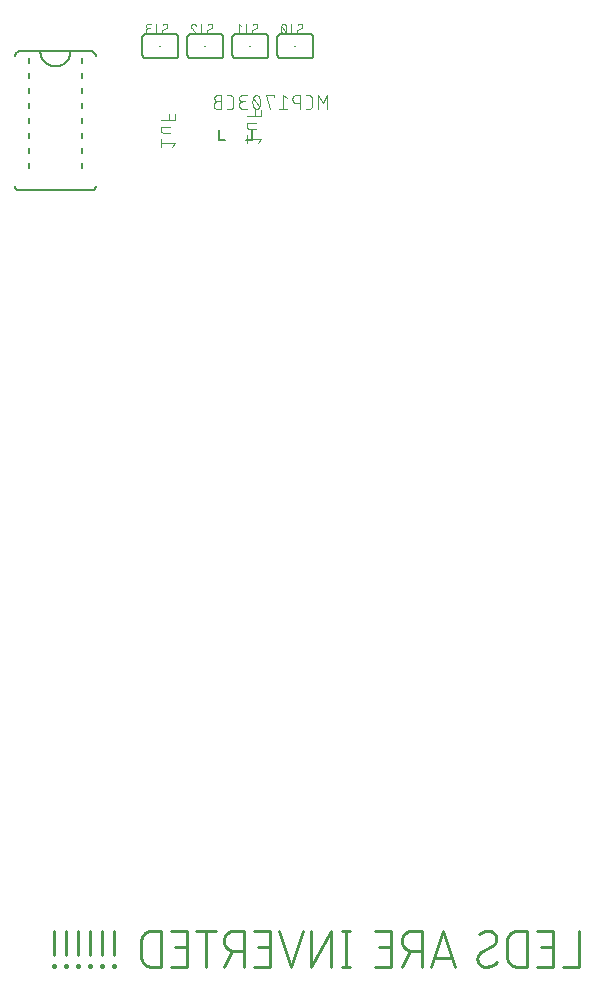
<source format=gbo>
G75*
%MOIN*%
%OFA0B0*%
%FSLAX25Y25*%
%IPPOS*%
%LPD*%
%AMOC8*
5,1,8,0,0,1.08239X$1,22.5*
%
%ADD10C,0.01000*%
%ADD11C,0.00600*%
%ADD12R,0.00500X0.02000*%
%ADD13C,0.00000*%
%ADD14C,0.00300*%
%ADD15C,0.00400*%
D10*
X0075749Y0027100D02*
X0076416Y0027100D01*
X0076416Y0027767D01*
X0075749Y0027767D01*
X0075749Y0027100D01*
X0076082Y0031100D02*
X0076082Y0039100D01*
X0080059Y0039100D02*
X0080059Y0031100D01*
X0079726Y0027767D02*
X0079726Y0027100D01*
X0080393Y0027100D01*
X0080393Y0027767D01*
X0079726Y0027767D01*
X0083703Y0027767D02*
X0083703Y0027100D01*
X0084370Y0027100D01*
X0084370Y0027767D01*
X0083703Y0027767D01*
X0084037Y0031100D02*
X0084037Y0039100D01*
X0088014Y0039100D02*
X0088014Y0031100D01*
X0088347Y0027767D02*
X0087681Y0027767D01*
X0087681Y0027100D01*
X0088347Y0027100D01*
X0088347Y0027767D01*
X0091658Y0027767D02*
X0091658Y0027100D01*
X0092324Y0027100D01*
X0092324Y0027767D01*
X0091658Y0027767D01*
X0091991Y0031100D02*
X0091991Y0039100D01*
X0095968Y0039100D02*
X0095968Y0031100D01*
X0095635Y0027767D02*
X0095635Y0027100D01*
X0096302Y0027100D01*
X0096302Y0027767D01*
X0095635Y0027767D01*
X0105230Y0030433D02*
X0105230Y0035767D01*
X0105232Y0035881D01*
X0105238Y0035994D01*
X0105247Y0036108D01*
X0105261Y0036221D01*
X0105278Y0036333D01*
X0105300Y0036445D01*
X0105325Y0036556D01*
X0105354Y0036666D01*
X0105386Y0036775D01*
X0105422Y0036883D01*
X0105462Y0036990D01*
X0105506Y0037095D01*
X0105553Y0037198D01*
X0105604Y0037300D01*
X0105658Y0037401D01*
X0105715Y0037499D01*
X0105776Y0037595D01*
X0105840Y0037689D01*
X0105907Y0037781D01*
X0105978Y0037870D01*
X0106051Y0037957D01*
X0106127Y0038042D01*
X0106206Y0038124D01*
X0106288Y0038203D01*
X0106373Y0038279D01*
X0106460Y0038352D01*
X0106549Y0038423D01*
X0106641Y0038490D01*
X0106735Y0038554D01*
X0106831Y0038615D01*
X0106929Y0038672D01*
X0107030Y0038726D01*
X0107132Y0038777D01*
X0107235Y0038824D01*
X0107340Y0038868D01*
X0107447Y0038908D01*
X0107555Y0038944D01*
X0107664Y0038976D01*
X0107774Y0039005D01*
X0107885Y0039030D01*
X0107997Y0039052D01*
X0108109Y0039069D01*
X0108222Y0039083D01*
X0108336Y0039092D01*
X0108449Y0039098D01*
X0108563Y0039100D01*
X0111896Y0039100D01*
X0111896Y0027100D01*
X0108563Y0027100D01*
X0108449Y0027102D01*
X0108336Y0027108D01*
X0108222Y0027117D01*
X0108109Y0027131D01*
X0107997Y0027148D01*
X0107885Y0027170D01*
X0107774Y0027195D01*
X0107664Y0027224D01*
X0107555Y0027256D01*
X0107447Y0027292D01*
X0107340Y0027332D01*
X0107235Y0027376D01*
X0107132Y0027423D01*
X0107030Y0027474D01*
X0106929Y0027528D01*
X0106831Y0027585D01*
X0106735Y0027646D01*
X0106641Y0027710D01*
X0106549Y0027777D01*
X0106460Y0027848D01*
X0106373Y0027921D01*
X0106288Y0027997D01*
X0106206Y0028076D01*
X0106127Y0028158D01*
X0106051Y0028243D01*
X0105978Y0028330D01*
X0105907Y0028419D01*
X0105840Y0028511D01*
X0105776Y0028605D01*
X0105715Y0028701D01*
X0105658Y0028799D01*
X0105604Y0028900D01*
X0105553Y0029002D01*
X0105506Y0029105D01*
X0105462Y0029210D01*
X0105422Y0029317D01*
X0105386Y0029425D01*
X0105354Y0029534D01*
X0105325Y0029644D01*
X0105300Y0029755D01*
X0105278Y0029867D01*
X0105261Y0029979D01*
X0105247Y0030092D01*
X0105238Y0030206D01*
X0105232Y0030319D01*
X0105230Y0030433D01*
X0115181Y0027100D02*
X0120515Y0027100D01*
X0120515Y0039100D01*
X0115181Y0039100D01*
X0116515Y0033767D02*
X0120515Y0033767D01*
X0123458Y0039100D02*
X0130125Y0039100D01*
X0126792Y0039100D02*
X0126792Y0027100D01*
X0132741Y0027100D02*
X0135408Y0032433D01*
X0136075Y0032433D02*
X0139408Y0032433D01*
X0136075Y0032434D02*
X0135961Y0032436D01*
X0135848Y0032442D01*
X0135734Y0032451D01*
X0135621Y0032465D01*
X0135509Y0032482D01*
X0135397Y0032504D01*
X0135286Y0032529D01*
X0135176Y0032558D01*
X0135067Y0032590D01*
X0134959Y0032626D01*
X0134852Y0032666D01*
X0134747Y0032710D01*
X0134644Y0032757D01*
X0134542Y0032808D01*
X0134441Y0032862D01*
X0134343Y0032919D01*
X0134247Y0032980D01*
X0134153Y0033044D01*
X0134061Y0033111D01*
X0133972Y0033182D01*
X0133885Y0033255D01*
X0133800Y0033331D01*
X0133718Y0033410D01*
X0133639Y0033492D01*
X0133563Y0033577D01*
X0133490Y0033664D01*
X0133419Y0033753D01*
X0133352Y0033845D01*
X0133288Y0033939D01*
X0133227Y0034035D01*
X0133170Y0034133D01*
X0133116Y0034234D01*
X0133065Y0034336D01*
X0133018Y0034439D01*
X0132974Y0034544D01*
X0132934Y0034651D01*
X0132898Y0034759D01*
X0132866Y0034868D01*
X0132837Y0034978D01*
X0132812Y0035089D01*
X0132790Y0035201D01*
X0132773Y0035313D01*
X0132759Y0035426D01*
X0132750Y0035540D01*
X0132744Y0035653D01*
X0132742Y0035767D01*
X0132744Y0035881D01*
X0132750Y0035994D01*
X0132759Y0036108D01*
X0132773Y0036221D01*
X0132790Y0036333D01*
X0132812Y0036445D01*
X0132837Y0036556D01*
X0132866Y0036666D01*
X0132898Y0036775D01*
X0132934Y0036883D01*
X0132974Y0036990D01*
X0133018Y0037095D01*
X0133065Y0037198D01*
X0133116Y0037300D01*
X0133170Y0037401D01*
X0133227Y0037499D01*
X0133288Y0037595D01*
X0133352Y0037689D01*
X0133419Y0037781D01*
X0133490Y0037870D01*
X0133563Y0037957D01*
X0133639Y0038042D01*
X0133718Y0038124D01*
X0133800Y0038203D01*
X0133885Y0038279D01*
X0133972Y0038352D01*
X0134061Y0038423D01*
X0134153Y0038490D01*
X0134247Y0038554D01*
X0134343Y0038615D01*
X0134441Y0038672D01*
X0134542Y0038726D01*
X0134644Y0038777D01*
X0134747Y0038824D01*
X0134852Y0038868D01*
X0134959Y0038908D01*
X0135067Y0038944D01*
X0135176Y0038976D01*
X0135286Y0039005D01*
X0135397Y0039030D01*
X0135509Y0039052D01*
X0135621Y0039069D01*
X0135734Y0039083D01*
X0135848Y0039092D01*
X0135961Y0039098D01*
X0136075Y0039100D01*
X0139408Y0039100D01*
X0139408Y0027100D01*
X0142690Y0027100D02*
X0148024Y0027100D01*
X0148024Y0039100D01*
X0142690Y0039100D01*
X0144024Y0033767D02*
X0148024Y0033767D01*
X0150964Y0039100D02*
X0154964Y0027100D01*
X0158964Y0039100D01*
X0161905Y0039100D02*
X0161905Y0027100D01*
X0168572Y0039100D01*
X0168572Y0027100D01*
X0172191Y0027100D02*
X0174857Y0027100D01*
X0173524Y0027100D02*
X0173524Y0039100D01*
X0174857Y0039100D02*
X0172191Y0039100D01*
X0183126Y0039100D02*
X0188459Y0039100D01*
X0188459Y0027100D01*
X0183126Y0027100D01*
X0184459Y0033767D02*
X0188459Y0033767D01*
X0194735Y0032433D02*
X0192068Y0027100D01*
X0195401Y0032433D02*
X0198735Y0032433D01*
X0202673Y0030100D02*
X0208673Y0030100D01*
X0209673Y0027100D02*
X0205673Y0039100D01*
X0201673Y0027100D01*
X0198735Y0027100D02*
X0198735Y0039100D01*
X0195401Y0039100D01*
X0195287Y0039098D01*
X0195174Y0039092D01*
X0195060Y0039083D01*
X0194947Y0039069D01*
X0194835Y0039052D01*
X0194723Y0039030D01*
X0194612Y0039005D01*
X0194502Y0038976D01*
X0194393Y0038944D01*
X0194285Y0038908D01*
X0194178Y0038868D01*
X0194073Y0038824D01*
X0193970Y0038777D01*
X0193868Y0038726D01*
X0193767Y0038672D01*
X0193669Y0038615D01*
X0193573Y0038554D01*
X0193479Y0038490D01*
X0193387Y0038423D01*
X0193298Y0038352D01*
X0193211Y0038279D01*
X0193126Y0038203D01*
X0193044Y0038124D01*
X0192965Y0038042D01*
X0192889Y0037957D01*
X0192816Y0037870D01*
X0192745Y0037781D01*
X0192678Y0037689D01*
X0192614Y0037595D01*
X0192553Y0037499D01*
X0192496Y0037401D01*
X0192442Y0037300D01*
X0192391Y0037198D01*
X0192344Y0037095D01*
X0192300Y0036990D01*
X0192260Y0036883D01*
X0192224Y0036775D01*
X0192192Y0036666D01*
X0192163Y0036556D01*
X0192138Y0036445D01*
X0192116Y0036333D01*
X0192099Y0036221D01*
X0192085Y0036108D01*
X0192076Y0035994D01*
X0192070Y0035881D01*
X0192068Y0035767D01*
X0192070Y0035653D01*
X0192076Y0035540D01*
X0192085Y0035426D01*
X0192099Y0035313D01*
X0192116Y0035201D01*
X0192138Y0035089D01*
X0192163Y0034978D01*
X0192192Y0034868D01*
X0192224Y0034759D01*
X0192260Y0034651D01*
X0192300Y0034544D01*
X0192344Y0034439D01*
X0192391Y0034336D01*
X0192442Y0034234D01*
X0192496Y0034133D01*
X0192553Y0034035D01*
X0192614Y0033939D01*
X0192678Y0033845D01*
X0192745Y0033753D01*
X0192816Y0033664D01*
X0192889Y0033577D01*
X0192965Y0033492D01*
X0193044Y0033410D01*
X0193126Y0033331D01*
X0193211Y0033255D01*
X0193298Y0033182D01*
X0193387Y0033111D01*
X0193479Y0033044D01*
X0193573Y0032980D01*
X0193669Y0032919D01*
X0193767Y0032862D01*
X0193868Y0032808D01*
X0193970Y0032757D01*
X0194073Y0032710D01*
X0194178Y0032666D01*
X0194285Y0032626D01*
X0194393Y0032590D01*
X0194502Y0032558D01*
X0194612Y0032529D01*
X0194723Y0032504D01*
X0194835Y0032482D01*
X0194947Y0032465D01*
X0195060Y0032451D01*
X0195174Y0032442D01*
X0195287Y0032436D01*
X0195401Y0032434D01*
X0218588Y0032100D02*
X0222254Y0034100D01*
X0220921Y0039100D02*
X0220781Y0039098D01*
X0220641Y0039092D01*
X0220502Y0039082D01*
X0220363Y0039069D01*
X0220224Y0039051D01*
X0220086Y0039030D01*
X0219948Y0039004D01*
X0219811Y0038975D01*
X0219675Y0038942D01*
X0219540Y0038906D01*
X0219406Y0038865D01*
X0219274Y0038821D01*
X0219142Y0038773D01*
X0219012Y0038721D01*
X0218884Y0038666D01*
X0218757Y0038607D01*
X0218632Y0038545D01*
X0218508Y0038479D01*
X0218386Y0038410D01*
X0218267Y0038337D01*
X0218149Y0038262D01*
X0218034Y0038182D01*
X0217921Y0038100D01*
X0222254Y0034100D02*
X0222339Y0034153D01*
X0222423Y0034208D01*
X0222504Y0034267D01*
X0222584Y0034329D01*
X0222660Y0034393D01*
X0222735Y0034461D01*
X0222807Y0034531D01*
X0222876Y0034604D01*
X0222942Y0034679D01*
X0223006Y0034757D01*
X0223067Y0034837D01*
X0223124Y0034919D01*
X0223179Y0035003D01*
X0223230Y0035089D01*
X0223278Y0035178D01*
X0223323Y0035267D01*
X0223365Y0035359D01*
X0223403Y0035452D01*
X0223438Y0035546D01*
X0223469Y0035641D01*
X0223496Y0035738D01*
X0223520Y0035835D01*
X0223541Y0035934D01*
X0223557Y0036033D01*
X0223570Y0036132D01*
X0223580Y0036232D01*
X0223585Y0036333D01*
X0223587Y0036433D01*
X0223588Y0036433D02*
X0223586Y0036535D01*
X0223580Y0036637D01*
X0223570Y0036739D01*
X0223557Y0036840D01*
X0223539Y0036941D01*
X0223518Y0037041D01*
X0223493Y0037140D01*
X0223464Y0037238D01*
X0223431Y0037334D01*
X0223395Y0037430D01*
X0223355Y0037524D01*
X0223311Y0037616D01*
X0223264Y0037707D01*
X0223213Y0037796D01*
X0223160Y0037883D01*
X0223102Y0037967D01*
X0223042Y0038050D01*
X0222979Y0038130D01*
X0222912Y0038207D01*
X0222843Y0038282D01*
X0222770Y0038355D01*
X0222695Y0038424D01*
X0222618Y0038491D01*
X0222538Y0038554D01*
X0222455Y0038614D01*
X0222371Y0038672D01*
X0222284Y0038725D01*
X0222195Y0038776D01*
X0222104Y0038823D01*
X0222012Y0038867D01*
X0221918Y0038907D01*
X0221822Y0038943D01*
X0221726Y0038976D01*
X0221628Y0039005D01*
X0221529Y0039030D01*
X0221429Y0039051D01*
X0221328Y0039069D01*
X0221227Y0039082D01*
X0221125Y0039092D01*
X0221023Y0039098D01*
X0220921Y0039100D01*
X0223921Y0028767D02*
X0223815Y0028663D01*
X0223707Y0028562D01*
X0223595Y0028463D01*
X0223482Y0028368D01*
X0223366Y0028276D01*
X0223247Y0028187D01*
X0223126Y0028101D01*
X0223003Y0028018D01*
X0222878Y0027939D01*
X0222751Y0027863D01*
X0222622Y0027790D01*
X0222491Y0027720D01*
X0222358Y0027654D01*
X0222224Y0027592D01*
X0222088Y0027533D01*
X0221950Y0027478D01*
X0221811Y0027427D01*
X0221671Y0027379D01*
X0221529Y0027334D01*
X0221387Y0027294D01*
X0221243Y0027257D01*
X0221098Y0027224D01*
X0220953Y0027195D01*
X0220807Y0027170D01*
X0220660Y0027149D01*
X0220513Y0027131D01*
X0220365Y0027118D01*
X0220217Y0027108D01*
X0220069Y0027102D01*
X0219921Y0027100D01*
X0219819Y0027102D01*
X0219717Y0027108D01*
X0219615Y0027118D01*
X0219514Y0027131D01*
X0219413Y0027149D01*
X0219313Y0027170D01*
X0219214Y0027195D01*
X0219116Y0027224D01*
X0219020Y0027257D01*
X0218924Y0027293D01*
X0218830Y0027333D01*
X0218738Y0027377D01*
X0218647Y0027424D01*
X0218558Y0027475D01*
X0218471Y0027528D01*
X0218387Y0027586D01*
X0218304Y0027646D01*
X0218224Y0027709D01*
X0218147Y0027776D01*
X0218072Y0027845D01*
X0217999Y0027918D01*
X0217930Y0027993D01*
X0217863Y0028070D01*
X0217800Y0028150D01*
X0217740Y0028233D01*
X0217682Y0028317D01*
X0217629Y0028404D01*
X0217578Y0028493D01*
X0217531Y0028584D01*
X0217487Y0028676D01*
X0217447Y0028770D01*
X0217411Y0028866D01*
X0217378Y0028962D01*
X0217349Y0029060D01*
X0217324Y0029159D01*
X0217303Y0029259D01*
X0217285Y0029360D01*
X0217272Y0029461D01*
X0217262Y0029563D01*
X0217256Y0029665D01*
X0217254Y0029767D01*
X0217255Y0029767D02*
X0217257Y0029867D01*
X0217262Y0029968D01*
X0217272Y0030068D01*
X0217285Y0030167D01*
X0217301Y0030266D01*
X0217322Y0030365D01*
X0217346Y0030462D01*
X0217373Y0030559D01*
X0217404Y0030654D01*
X0217439Y0030748D01*
X0217477Y0030841D01*
X0217519Y0030933D01*
X0217564Y0031022D01*
X0217612Y0031111D01*
X0217663Y0031197D01*
X0217718Y0031281D01*
X0217775Y0031363D01*
X0217836Y0031443D01*
X0217900Y0031521D01*
X0217966Y0031596D01*
X0218035Y0031669D01*
X0218107Y0031739D01*
X0218182Y0031807D01*
X0218258Y0031871D01*
X0218338Y0031933D01*
X0218419Y0031992D01*
X0218503Y0032047D01*
X0218588Y0032100D01*
X0227198Y0030433D02*
X0227198Y0035767D01*
X0227200Y0035881D01*
X0227206Y0035994D01*
X0227215Y0036108D01*
X0227229Y0036221D01*
X0227246Y0036333D01*
X0227268Y0036445D01*
X0227293Y0036556D01*
X0227322Y0036666D01*
X0227354Y0036775D01*
X0227390Y0036883D01*
X0227430Y0036990D01*
X0227474Y0037095D01*
X0227521Y0037198D01*
X0227572Y0037300D01*
X0227626Y0037401D01*
X0227683Y0037499D01*
X0227744Y0037595D01*
X0227808Y0037689D01*
X0227875Y0037781D01*
X0227946Y0037870D01*
X0228019Y0037957D01*
X0228095Y0038042D01*
X0228174Y0038124D01*
X0228256Y0038203D01*
X0228341Y0038279D01*
X0228428Y0038352D01*
X0228517Y0038423D01*
X0228609Y0038490D01*
X0228703Y0038554D01*
X0228799Y0038615D01*
X0228897Y0038672D01*
X0228998Y0038726D01*
X0229100Y0038777D01*
X0229203Y0038824D01*
X0229308Y0038868D01*
X0229415Y0038908D01*
X0229523Y0038944D01*
X0229632Y0038976D01*
X0229742Y0039005D01*
X0229853Y0039030D01*
X0229965Y0039052D01*
X0230077Y0039069D01*
X0230190Y0039083D01*
X0230304Y0039092D01*
X0230417Y0039098D01*
X0230531Y0039100D01*
X0233864Y0039100D01*
X0233864Y0027100D01*
X0230531Y0027100D01*
X0230417Y0027102D01*
X0230304Y0027108D01*
X0230190Y0027117D01*
X0230077Y0027131D01*
X0229965Y0027148D01*
X0229853Y0027170D01*
X0229742Y0027195D01*
X0229632Y0027224D01*
X0229523Y0027256D01*
X0229415Y0027292D01*
X0229308Y0027332D01*
X0229203Y0027376D01*
X0229100Y0027423D01*
X0228998Y0027474D01*
X0228897Y0027528D01*
X0228799Y0027585D01*
X0228703Y0027646D01*
X0228609Y0027710D01*
X0228517Y0027777D01*
X0228428Y0027848D01*
X0228341Y0027921D01*
X0228256Y0027997D01*
X0228174Y0028076D01*
X0228095Y0028158D01*
X0228019Y0028243D01*
X0227946Y0028330D01*
X0227875Y0028419D01*
X0227808Y0028511D01*
X0227744Y0028605D01*
X0227683Y0028701D01*
X0227626Y0028799D01*
X0227572Y0028900D01*
X0227521Y0029002D01*
X0227474Y0029105D01*
X0227430Y0029210D01*
X0227390Y0029317D01*
X0227354Y0029425D01*
X0227322Y0029534D01*
X0227293Y0029644D01*
X0227268Y0029755D01*
X0227246Y0029867D01*
X0227229Y0029979D01*
X0227215Y0030092D01*
X0227206Y0030206D01*
X0227200Y0030319D01*
X0227198Y0030433D01*
X0237149Y0027100D02*
X0242483Y0027100D01*
X0242483Y0039100D01*
X0237149Y0039100D01*
X0238483Y0033767D02*
X0242483Y0033767D01*
X0245767Y0027100D02*
X0251100Y0027100D01*
X0251100Y0039100D01*
D11*
X0088550Y0285900D02*
X0064650Y0285900D01*
X0064574Y0285902D01*
X0064498Y0285908D01*
X0064423Y0285917D01*
X0064348Y0285931D01*
X0064274Y0285948D01*
X0064201Y0285969D01*
X0064129Y0285993D01*
X0064058Y0286022D01*
X0063989Y0286053D01*
X0063922Y0286088D01*
X0063857Y0286127D01*
X0063793Y0286169D01*
X0063732Y0286214D01*
X0063673Y0286262D01*
X0063617Y0286313D01*
X0063563Y0286367D01*
X0063512Y0286423D01*
X0063464Y0286482D01*
X0063419Y0286543D01*
X0063377Y0286607D01*
X0063338Y0286672D01*
X0063303Y0286739D01*
X0063272Y0286808D01*
X0063243Y0286879D01*
X0063219Y0286951D01*
X0063198Y0287024D01*
X0063181Y0287098D01*
X0063167Y0287173D01*
X0063158Y0287248D01*
X0063152Y0287324D01*
X0063150Y0287400D01*
X0088550Y0285900D02*
X0088626Y0285902D01*
X0088702Y0285908D01*
X0088777Y0285917D01*
X0088852Y0285931D01*
X0088926Y0285948D01*
X0088999Y0285969D01*
X0089071Y0285993D01*
X0089142Y0286022D01*
X0089211Y0286053D01*
X0089278Y0286088D01*
X0089343Y0286127D01*
X0089407Y0286169D01*
X0089468Y0286214D01*
X0089527Y0286262D01*
X0089583Y0286313D01*
X0089637Y0286367D01*
X0089688Y0286423D01*
X0089736Y0286482D01*
X0089781Y0286543D01*
X0089823Y0286607D01*
X0089862Y0286672D01*
X0089897Y0286739D01*
X0089928Y0286808D01*
X0089957Y0286879D01*
X0089981Y0286951D01*
X0090002Y0287024D01*
X0090019Y0287098D01*
X0090033Y0287173D01*
X0090042Y0287248D01*
X0090048Y0287324D01*
X0090050Y0287400D01*
X0090050Y0330800D02*
X0090048Y0330876D01*
X0090042Y0330952D01*
X0090033Y0331027D01*
X0090019Y0331102D01*
X0090002Y0331176D01*
X0089981Y0331249D01*
X0089957Y0331321D01*
X0089928Y0331392D01*
X0089897Y0331461D01*
X0089862Y0331528D01*
X0089823Y0331593D01*
X0089781Y0331657D01*
X0089736Y0331718D01*
X0089688Y0331777D01*
X0089637Y0331833D01*
X0089583Y0331887D01*
X0089527Y0331938D01*
X0089468Y0331986D01*
X0089407Y0332031D01*
X0089343Y0332073D01*
X0089278Y0332112D01*
X0089211Y0332147D01*
X0089142Y0332178D01*
X0089071Y0332207D01*
X0088999Y0332231D01*
X0088926Y0332252D01*
X0088852Y0332269D01*
X0088777Y0332283D01*
X0088702Y0332292D01*
X0088626Y0332298D01*
X0088550Y0332300D01*
X0064650Y0332300D01*
X0064574Y0332298D01*
X0064498Y0332292D01*
X0064423Y0332283D01*
X0064348Y0332269D01*
X0064274Y0332252D01*
X0064201Y0332231D01*
X0064129Y0332207D01*
X0064058Y0332178D01*
X0063989Y0332147D01*
X0063922Y0332112D01*
X0063857Y0332073D01*
X0063793Y0332031D01*
X0063732Y0331986D01*
X0063673Y0331938D01*
X0063617Y0331887D01*
X0063563Y0331833D01*
X0063512Y0331777D01*
X0063464Y0331718D01*
X0063419Y0331657D01*
X0063377Y0331593D01*
X0063338Y0331528D01*
X0063303Y0331461D01*
X0063272Y0331392D01*
X0063243Y0331321D01*
X0063219Y0331249D01*
X0063198Y0331176D01*
X0063181Y0331102D01*
X0063167Y0331027D01*
X0063158Y0330952D01*
X0063152Y0330876D01*
X0063150Y0330800D01*
X0071600Y0332300D02*
X0071602Y0332160D01*
X0071608Y0332020D01*
X0071618Y0331880D01*
X0071631Y0331740D01*
X0071649Y0331601D01*
X0071671Y0331462D01*
X0071696Y0331325D01*
X0071725Y0331187D01*
X0071758Y0331051D01*
X0071795Y0330916D01*
X0071836Y0330782D01*
X0071881Y0330649D01*
X0071929Y0330517D01*
X0071981Y0330387D01*
X0072036Y0330258D01*
X0072095Y0330131D01*
X0072158Y0330005D01*
X0072224Y0329881D01*
X0072293Y0329760D01*
X0072366Y0329640D01*
X0072443Y0329522D01*
X0072522Y0329407D01*
X0072605Y0329293D01*
X0072691Y0329183D01*
X0072780Y0329074D01*
X0072872Y0328968D01*
X0072967Y0328865D01*
X0073064Y0328764D01*
X0073165Y0328667D01*
X0073268Y0328572D01*
X0073374Y0328480D01*
X0073483Y0328391D01*
X0073593Y0328305D01*
X0073707Y0328222D01*
X0073822Y0328143D01*
X0073940Y0328066D01*
X0074060Y0327993D01*
X0074181Y0327924D01*
X0074305Y0327858D01*
X0074431Y0327795D01*
X0074558Y0327736D01*
X0074687Y0327681D01*
X0074817Y0327629D01*
X0074949Y0327581D01*
X0075082Y0327536D01*
X0075216Y0327495D01*
X0075351Y0327458D01*
X0075487Y0327425D01*
X0075625Y0327396D01*
X0075762Y0327371D01*
X0075901Y0327349D01*
X0076040Y0327331D01*
X0076180Y0327318D01*
X0076320Y0327308D01*
X0076460Y0327302D01*
X0076600Y0327300D01*
X0076740Y0327302D01*
X0076880Y0327308D01*
X0077020Y0327318D01*
X0077160Y0327331D01*
X0077299Y0327349D01*
X0077438Y0327371D01*
X0077575Y0327396D01*
X0077713Y0327425D01*
X0077849Y0327458D01*
X0077984Y0327495D01*
X0078118Y0327536D01*
X0078251Y0327581D01*
X0078383Y0327629D01*
X0078513Y0327681D01*
X0078642Y0327736D01*
X0078769Y0327795D01*
X0078895Y0327858D01*
X0079019Y0327924D01*
X0079140Y0327993D01*
X0079260Y0328066D01*
X0079378Y0328143D01*
X0079493Y0328222D01*
X0079607Y0328305D01*
X0079717Y0328391D01*
X0079826Y0328480D01*
X0079932Y0328572D01*
X0080035Y0328667D01*
X0080136Y0328764D01*
X0080233Y0328865D01*
X0080328Y0328968D01*
X0080420Y0329074D01*
X0080509Y0329183D01*
X0080595Y0329293D01*
X0080678Y0329407D01*
X0080757Y0329522D01*
X0080834Y0329640D01*
X0080907Y0329760D01*
X0080976Y0329881D01*
X0081042Y0330005D01*
X0081105Y0330131D01*
X0081164Y0330258D01*
X0081219Y0330387D01*
X0081271Y0330517D01*
X0081319Y0330649D01*
X0081364Y0330782D01*
X0081405Y0330916D01*
X0081442Y0331051D01*
X0081475Y0331187D01*
X0081504Y0331325D01*
X0081529Y0331462D01*
X0081551Y0331601D01*
X0081569Y0331740D01*
X0081582Y0331880D01*
X0081592Y0332020D01*
X0081598Y0332160D01*
X0081600Y0332300D01*
X0105600Y0331100D02*
X0105600Y0337100D01*
X0105602Y0337160D01*
X0105607Y0337221D01*
X0105616Y0337280D01*
X0105629Y0337339D01*
X0105645Y0337398D01*
X0105665Y0337455D01*
X0105688Y0337510D01*
X0105715Y0337565D01*
X0105744Y0337617D01*
X0105777Y0337668D01*
X0105813Y0337717D01*
X0105851Y0337763D01*
X0105893Y0337807D01*
X0105937Y0337849D01*
X0105983Y0337887D01*
X0106032Y0337923D01*
X0106083Y0337956D01*
X0106135Y0337985D01*
X0106190Y0338012D01*
X0106245Y0338035D01*
X0106302Y0338055D01*
X0106361Y0338071D01*
X0106420Y0338084D01*
X0106479Y0338093D01*
X0106540Y0338098D01*
X0106600Y0338100D01*
X0116600Y0338100D01*
X0116660Y0338098D01*
X0116721Y0338093D01*
X0116780Y0338084D01*
X0116839Y0338071D01*
X0116898Y0338055D01*
X0116955Y0338035D01*
X0117010Y0338012D01*
X0117065Y0337985D01*
X0117117Y0337956D01*
X0117168Y0337923D01*
X0117217Y0337887D01*
X0117263Y0337849D01*
X0117307Y0337807D01*
X0117349Y0337763D01*
X0117387Y0337717D01*
X0117423Y0337668D01*
X0117456Y0337617D01*
X0117485Y0337565D01*
X0117512Y0337510D01*
X0117535Y0337455D01*
X0117555Y0337398D01*
X0117571Y0337339D01*
X0117584Y0337280D01*
X0117593Y0337221D01*
X0117598Y0337160D01*
X0117600Y0337100D01*
X0117600Y0331100D01*
X0117598Y0331040D01*
X0117593Y0330979D01*
X0117584Y0330920D01*
X0117571Y0330861D01*
X0117555Y0330802D01*
X0117535Y0330745D01*
X0117512Y0330690D01*
X0117485Y0330635D01*
X0117456Y0330583D01*
X0117423Y0330532D01*
X0117387Y0330483D01*
X0117349Y0330437D01*
X0117307Y0330393D01*
X0117263Y0330351D01*
X0117217Y0330313D01*
X0117168Y0330277D01*
X0117117Y0330244D01*
X0117065Y0330215D01*
X0117010Y0330188D01*
X0116955Y0330165D01*
X0116898Y0330145D01*
X0116839Y0330129D01*
X0116780Y0330116D01*
X0116721Y0330107D01*
X0116660Y0330102D01*
X0116600Y0330100D01*
X0106600Y0330100D01*
X0106540Y0330102D01*
X0106479Y0330107D01*
X0106420Y0330116D01*
X0106361Y0330129D01*
X0106302Y0330145D01*
X0106245Y0330165D01*
X0106190Y0330188D01*
X0106135Y0330215D01*
X0106083Y0330244D01*
X0106032Y0330277D01*
X0105983Y0330313D01*
X0105937Y0330351D01*
X0105893Y0330393D01*
X0105851Y0330437D01*
X0105813Y0330483D01*
X0105777Y0330532D01*
X0105744Y0330583D01*
X0105715Y0330635D01*
X0105688Y0330690D01*
X0105665Y0330745D01*
X0105645Y0330802D01*
X0105629Y0330861D01*
X0105616Y0330920D01*
X0105607Y0330979D01*
X0105602Y0331040D01*
X0105600Y0331100D01*
X0120600Y0331100D02*
X0120600Y0337100D01*
X0120602Y0337160D01*
X0120607Y0337221D01*
X0120616Y0337280D01*
X0120629Y0337339D01*
X0120645Y0337398D01*
X0120665Y0337455D01*
X0120688Y0337510D01*
X0120715Y0337565D01*
X0120744Y0337617D01*
X0120777Y0337668D01*
X0120813Y0337717D01*
X0120851Y0337763D01*
X0120893Y0337807D01*
X0120937Y0337849D01*
X0120983Y0337887D01*
X0121032Y0337923D01*
X0121083Y0337956D01*
X0121135Y0337985D01*
X0121190Y0338012D01*
X0121245Y0338035D01*
X0121302Y0338055D01*
X0121361Y0338071D01*
X0121420Y0338084D01*
X0121479Y0338093D01*
X0121540Y0338098D01*
X0121600Y0338100D01*
X0131600Y0338100D01*
X0131660Y0338098D01*
X0131721Y0338093D01*
X0131780Y0338084D01*
X0131839Y0338071D01*
X0131898Y0338055D01*
X0131955Y0338035D01*
X0132010Y0338012D01*
X0132065Y0337985D01*
X0132117Y0337956D01*
X0132168Y0337923D01*
X0132217Y0337887D01*
X0132263Y0337849D01*
X0132307Y0337807D01*
X0132349Y0337763D01*
X0132387Y0337717D01*
X0132423Y0337668D01*
X0132456Y0337617D01*
X0132485Y0337565D01*
X0132512Y0337510D01*
X0132535Y0337455D01*
X0132555Y0337398D01*
X0132571Y0337339D01*
X0132584Y0337280D01*
X0132593Y0337221D01*
X0132598Y0337160D01*
X0132600Y0337100D01*
X0132600Y0331100D01*
X0132598Y0331040D01*
X0132593Y0330979D01*
X0132584Y0330920D01*
X0132571Y0330861D01*
X0132555Y0330802D01*
X0132535Y0330745D01*
X0132512Y0330690D01*
X0132485Y0330635D01*
X0132456Y0330583D01*
X0132423Y0330532D01*
X0132387Y0330483D01*
X0132349Y0330437D01*
X0132307Y0330393D01*
X0132263Y0330351D01*
X0132217Y0330313D01*
X0132168Y0330277D01*
X0132117Y0330244D01*
X0132065Y0330215D01*
X0132010Y0330188D01*
X0131955Y0330165D01*
X0131898Y0330145D01*
X0131839Y0330129D01*
X0131780Y0330116D01*
X0131721Y0330107D01*
X0131660Y0330102D01*
X0131600Y0330100D01*
X0121600Y0330100D01*
X0121540Y0330102D01*
X0121479Y0330107D01*
X0121420Y0330116D01*
X0121361Y0330129D01*
X0121302Y0330145D01*
X0121245Y0330165D01*
X0121190Y0330188D01*
X0121135Y0330215D01*
X0121083Y0330244D01*
X0121032Y0330277D01*
X0120983Y0330313D01*
X0120937Y0330351D01*
X0120893Y0330393D01*
X0120851Y0330437D01*
X0120813Y0330483D01*
X0120777Y0330532D01*
X0120744Y0330583D01*
X0120715Y0330635D01*
X0120688Y0330690D01*
X0120665Y0330745D01*
X0120645Y0330802D01*
X0120629Y0330861D01*
X0120616Y0330920D01*
X0120607Y0330979D01*
X0120602Y0331040D01*
X0120600Y0331100D01*
X0135600Y0331100D02*
X0135600Y0337100D01*
X0135602Y0337160D01*
X0135607Y0337221D01*
X0135616Y0337280D01*
X0135629Y0337339D01*
X0135645Y0337398D01*
X0135665Y0337455D01*
X0135688Y0337510D01*
X0135715Y0337565D01*
X0135744Y0337617D01*
X0135777Y0337668D01*
X0135813Y0337717D01*
X0135851Y0337763D01*
X0135893Y0337807D01*
X0135937Y0337849D01*
X0135983Y0337887D01*
X0136032Y0337923D01*
X0136083Y0337956D01*
X0136135Y0337985D01*
X0136190Y0338012D01*
X0136245Y0338035D01*
X0136302Y0338055D01*
X0136361Y0338071D01*
X0136420Y0338084D01*
X0136479Y0338093D01*
X0136540Y0338098D01*
X0136600Y0338100D01*
X0146600Y0338100D01*
X0146660Y0338098D01*
X0146721Y0338093D01*
X0146780Y0338084D01*
X0146839Y0338071D01*
X0146898Y0338055D01*
X0146955Y0338035D01*
X0147010Y0338012D01*
X0147065Y0337985D01*
X0147117Y0337956D01*
X0147168Y0337923D01*
X0147217Y0337887D01*
X0147263Y0337849D01*
X0147307Y0337807D01*
X0147349Y0337763D01*
X0147387Y0337717D01*
X0147423Y0337668D01*
X0147456Y0337617D01*
X0147485Y0337565D01*
X0147512Y0337510D01*
X0147535Y0337455D01*
X0147555Y0337398D01*
X0147571Y0337339D01*
X0147584Y0337280D01*
X0147593Y0337221D01*
X0147598Y0337160D01*
X0147600Y0337100D01*
X0147600Y0331100D01*
X0147598Y0331040D01*
X0147593Y0330979D01*
X0147584Y0330920D01*
X0147571Y0330861D01*
X0147555Y0330802D01*
X0147535Y0330745D01*
X0147512Y0330690D01*
X0147485Y0330635D01*
X0147456Y0330583D01*
X0147423Y0330532D01*
X0147387Y0330483D01*
X0147349Y0330437D01*
X0147307Y0330393D01*
X0147263Y0330351D01*
X0147217Y0330313D01*
X0147168Y0330277D01*
X0147117Y0330244D01*
X0147065Y0330215D01*
X0147010Y0330188D01*
X0146955Y0330165D01*
X0146898Y0330145D01*
X0146839Y0330129D01*
X0146780Y0330116D01*
X0146721Y0330107D01*
X0146660Y0330102D01*
X0146600Y0330100D01*
X0136600Y0330100D01*
X0136540Y0330102D01*
X0136479Y0330107D01*
X0136420Y0330116D01*
X0136361Y0330129D01*
X0136302Y0330145D01*
X0136245Y0330165D01*
X0136190Y0330188D01*
X0136135Y0330215D01*
X0136083Y0330244D01*
X0136032Y0330277D01*
X0135983Y0330313D01*
X0135937Y0330351D01*
X0135893Y0330393D01*
X0135851Y0330437D01*
X0135813Y0330483D01*
X0135777Y0330532D01*
X0135744Y0330583D01*
X0135715Y0330635D01*
X0135688Y0330690D01*
X0135665Y0330745D01*
X0135645Y0330802D01*
X0135629Y0330861D01*
X0135616Y0330920D01*
X0135607Y0330979D01*
X0135602Y0331040D01*
X0135600Y0331100D01*
X0150600Y0331100D02*
X0150600Y0337100D01*
X0150602Y0337160D01*
X0150607Y0337221D01*
X0150616Y0337280D01*
X0150629Y0337339D01*
X0150645Y0337398D01*
X0150665Y0337455D01*
X0150688Y0337510D01*
X0150715Y0337565D01*
X0150744Y0337617D01*
X0150777Y0337668D01*
X0150813Y0337717D01*
X0150851Y0337763D01*
X0150893Y0337807D01*
X0150937Y0337849D01*
X0150983Y0337887D01*
X0151032Y0337923D01*
X0151083Y0337956D01*
X0151135Y0337985D01*
X0151190Y0338012D01*
X0151245Y0338035D01*
X0151302Y0338055D01*
X0151361Y0338071D01*
X0151420Y0338084D01*
X0151479Y0338093D01*
X0151540Y0338098D01*
X0151600Y0338100D01*
X0161600Y0338100D01*
X0161660Y0338098D01*
X0161721Y0338093D01*
X0161780Y0338084D01*
X0161839Y0338071D01*
X0161898Y0338055D01*
X0161955Y0338035D01*
X0162010Y0338012D01*
X0162065Y0337985D01*
X0162117Y0337956D01*
X0162168Y0337923D01*
X0162217Y0337887D01*
X0162263Y0337849D01*
X0162307Y0337807D01*
X0162349Y0337763D01*
X0162387Y0337717D01*
X0162423Y0337668D01*
X0162456Y0337617D01*
X0162485Y0337565D01*
X0162512Y0337510D01*
X0162535Y0337455D01*
X0162555Y0337398D01*
X0162571Y0337339D01*
X0162584Y0337280D01*
X0162593Y0337221D01*
X0162598Y0337160D01*
X0162600Y0337100D01*
X0162600Y0331100D01*
X0162598Y0331040D01*
X0162593Y0330979D01*
X0162584Y0330920D01*
X0162571Y0330861D01*
X0162555Y0330802D01*
X0162535Y0330745D01*
X0162512Y0330690D01*
X0162485Y0330635D01*
X0162456Y0330583D01*
X0162423Y0330532D01*
X0162387Y0330483D01*
X0162349Y0330437D01*
X0162307Y0330393D01*
X0162263Y0330351D01*
X0162217Y0330313D01*
X0162168Y0330277D01*
X0162117Y0330244D01*
X0162065Y0330215D01*
X0162010Y0330188D01*
X0161955Y0330165D01*
X0161898Y0330145D01*
X0161839Y0330129D01*
X0161780Y0330116D01*
X0161721Y0330107D01*
X0161660Y0330102D01*
X0161600Y0330100D01*
X0151600Y0330100D01*
X0151540Y0330102D01*
X0151479Y0330107D01*
X0151420Y0330116D01*
X0151361Y0330129D01*
X0151302Y0330145D01*
X0151245Y0330165D01*
X0151190Y0330188D01*
X0151135Y0330215D01*
X0151083Y0330244D01*
X0151032Y0330277D01*
X0150983Y0330313D01*
X0150937Y0330351D01*
X0150893Y0330393D01*
X0150851Y0330437D01*
X0150813Y0330483D01*
X0150777Y0330532D01*
X0150744Y0330583D01*
X0150715Y0330635D01*
X0150688Y0330690D01*
X0150665Y0330745D01*
X0150645Y0330802D01*
X0150629Y0330861D01*
X0150616Y0330920D01*
X0150607Y0330979D01*
X0150602Y0331040D01*
X0150600Y0331100D01*
X0142198Y0305948D02*
X0142198Y0302752D01*
X0140002Y0302752D01*
X0133198Y0302752D02*
X0131002Y0302752D01*
X0131002Y0305948D01*
D12*
X0085300Y0304100D03*
X0085300Y0299100D03*
X0085300Y0294100D03*
X0085300Y0309100D03*
X0085300Y0314100D03*
X0085300Y0319100D03*
X0085300Y0324100D03*
X0085300Y0329100D03*
X0067900Y0329100D03*
X0067900Y0324100D03*
X0067900Y0319100D03*
X0067900Y0314100D03*
X0067900Y0309100D03*
X0067900Y0304100D03*
X0067900Y0299100D03*
X0067900Y0294100D03*
D13*
X0111228Y0334021D02*
X0111250Y0334021D01*
X0111228Y0334021D02*
X0111220Y0334023D01*
X0111212Y0334027D01*
X0111208Y0334035D01*
X0111206Y0334043D01*
X0111208Y0334051D01*
X0111212Y0334059D01*
X0111220Y0334063D01*
X0111228Y0334065D01*
X0111223Y0334065D02*
X0111241Y0334065D01*
X0111223Y0334064D02*
X0111216Y0334065D01*
X0111210Y0334069D01*
X0111206Y0334075D01*
X0111205Y0334082D01*
X0111206Y0334089D01*
X0111210Y0334095D01*
X0111216Y0334099D01*
X0111223Y0334100D01*
X0111250Y0334100D01*
X0111279Y0334100D02*
X0111279Y0334039D01*
X0111280Y0334032D01*
X0111284Y0334027D01*
X0111289Y0334023D01*
X0111296Y0334022D01*
X0111296Y0334021D02*
X0111305Y0334021D01*
X0111324Y0334039D02*
X0111325Y0334032D01*
X0111329Y0334027D01*
X0111334Y0334023D01*
X0111341Y0334022D01*
X0111324Y0334039D02*
X0111325Y0334045D01*
X0111328Y0334050D01*
X0111333Y0334055D01*
X0111333Y0334054D02*
X0111357Y0334067D01*
X0111348Y0334100D02*
X0111338Y0334098D01*
X0111328Y0334093D01*
X0111357Y0334066D02*
X0111362Y0334071D01*
X0111365Y0334076D01*
X0111366Y0334082D01*
X0111365Y0334089D01*
X0111361Y0334095D01*
X0111355Y0334099D01*
X0111348Y0334100D01*
X0111367Y0334032D02*
X0111360Y0334026D01*
X0111351Y0334022D01*
X0111341Y0334021D01*
X0126206Y0334021D02*
X0126250Y0334021D01*
X0126212Y0334065D01*
X0126226Y0334100D02*
X0126234Y0334099D01*
X0126241Y0334095D01*
X0126246Y0334090D01*
X0126250Y0334083D01*
X0126213Y0334065D02*
X0126208Y0334072D01*
X0126206Y0334080D01*
X0126208Y0334088D01*
X0126212Y0334094D01*
X0126218Y0334098D01*
X0126226Y0334100D01*
X0126279Y0334100D02*
X0126279Y0334039D01*
X0126280Y0334032D01*
X0126284Y0334027D01*
X0126289Y0334023D01*
X0126296Y0334022D01*
X0126296Y0334021D02*
X0126305Y0334021D01*
X0126324Y0334039D02*
X0126325Y0334032D01*
X0126329Y0334027D01*
X0126334Y0334023D01*
X0126341Y0334022D01*
X0126324Y0334039D02*
X0126325Y0334045D01*
X0126328Y0334050D01*
X0126333Y0334055D01*
X0126333Y0334054D02*
X0126357Y0334067D01*
X0126348Y0334100D02*
X0126338Y0334098D01*
X0126328Y0334093D01*
X0126357Y0334066D02*
X0126362Y0334071D01*
X0126365Y0334076D01*
X0126366Y0334082D01*
X0126365Y0334089D01*
X0126361Y0334095D01*
X0126355Y0334099D01*
X0126348Y0334100D01*
X0126367Y0334032D02*
X0126360Y0334026D01*
X0126351Y0334022D01*
X0126341Y0334021D01*
X0141206Y0334021D02*
X0141250Y0334021D01*
X0141228Y0334021D02*
X0141228Y0334100D01*
X0141250Y0334082D01*
X0141279Y0334100D02*
X0141279Y0334039D01*
X0141280Y0334032D01*
X0141284Y0334027D01*
X0141289Y0334023D01*
X0141296Y0334022D01*
X0141296Y0334021D02*
X0141305Y0334021D01*
X0141324Y0334039D02*
X0141325Y0334032D01*
X0141329Y0334027D01*
X0141334Y0334023D01*
X0141341Y0334022D01*
X0141324Y0334039D02*
X0141325Y0334045D01*
X0141328Y0334050D01*
X0141333Y0334055D01*
X0141333Y0334054D02*
X0141357Y0334067D01*
X0141348Y0334100D02*
X0141338Y0334098D01*
X0141328Y0334093D01*
X0141357Y0334066D02*
X0141362Y0334071D01*
X0141365Y0334076D01*
X0141366Y0334082D01*
X0141365Y0334089D01*
X0141361Y0334095D01*
X0141355Y0334099D01*
X0141348Y0334100D01*
X0141367Y0334032D02*
X0141360Y0334026D01*
X0141351Y0334022D01*
X0141341Y0334021D01*
X0156243Y0334033D02*
X0156248Y0334046D01*
X0156250Y0334061D01*
X0156206Y0334061D02*
X0156208Y0334076D01*
X0156213Y0334089D01*
X0156210Y0334082D02*
X0156245Y0334039D01*
X0156228Y0334021D02*
X0156222Y0334022D01*
X0156216Y0334026D01*
X0156213Y0334032D01*
X0156228Y0334021D02*
X0156234Y0334022D01*
X0156240Y0334026D01*
X0156243Y0334032D01*
X0156279Y0334039D02*
X0156279Y0334100D01*
X0156206Y0334061D02*
X0156208Y0334046D01*
X0156213Y0334033D01*
X0156250Y0334061D02*
X0156248Y0334076D01*
X0156243Y0334089D01*
X0156240Y0334095D01*
X0156234Y0334099D01*
X0156228Y0334100D01*
X0156222Y0334099D01*
X0156216Y0334095D01*
X0156213Y0334089D01*
X0156279Y0334039D02*
X0156280Y0334032D01*
X0156284Y0334027D01*
X0156289Y0334023D01*
X0156296Y0334022D01*
X0156296Y0334021D02*
X0156305Y0334021D01*
X0156324Y0334039D02*
X0156325Y0334032D01*
X0156329Y0334027D01*
X0156334Y0334023D01*
X0156341Y0334022D01*
X0156324Y0334039D02*
X0156325Y0334045D01*
X0156328Y0334050D01*
X0156333Y0334055D01*
X0156333Y0334054D02*
X0156357Y0334067D01*
X0156348Y0334100D02*
X0156338Y0334098D01*
X0156328Y0334093D01*
X0156357Y0334066D02*
X0156362Y0334071D01*
X0156365Y0334076D01*
X0156366Y0334082D01*
X0156365Y0334089D01*
X0156361Y0334095D01*
X0156355Y0334099D01*
X0156348Y0334100D01*
X0156367Y0334032D02*
X0156360Y0334026D01*
X0156351Y0334022D01*
X0156341Y0334021D01*
D14*
X0156185Y0338150D02*
X0155818Y0338150D01*
X0155766Y0338152D01*
X0155714Y0338157D01*
X0155662Y0338167D01*
X0155611Y0338180D01*
X0155562Y0338196D01*
X0155514Y0338216D01*
X0155467Y0338240D01*
X0155422Y0338266D01*
X0155379Y0338296D01*
X0155338Y0338329D01*
X0155300Y0338365D01*
X0155264Y0338403D01*
X0155231Y0338444D01*
X0155201Y0338487D01*
X0155175Y0338532D01*
X0155151Y0338579D01*
X0155131Y0338627D01*
X0155115Y0338676D01*
X0155102Y0338727D01*
X0155092Y0338779D01*
X0155087Y0338831D01*
X0155085Y0338883D01*
X0155085Y0341450D01*
X0151750Y0339800D02*
X0151752Y0339697D01*
X0151758Y0339595D01*
X0151767Y0339492D01*
X0151781Y0339390D01*
X0151798Y0339289D01*
X0151820Y0339189D01*
X0151845Y0339089D01*
X0151873Y0338990D01*
X0151906Y0338893D01*
X0151942Y0338797D01*
X0151982Y0338702D01*
X0152025Y0338609D01*
X0152026Y0338608D02*
X0152043Y0338562D01*
X0152064Y0338517D01*
X0152089Y0338474D01*
X0152116Y0338433D01*
X0152146Y0338394D01*
X0152179Y0338357D01*
X0152215Y0338323D01*
X0152253Y0338291D01*
X0152293Y0338262D01*
X0152336Y0338237D01*
X0152380Y0338214D01*
X0152425Y0338195D01*
X0152472Y0338179D01*
X0152520Y0338166D01*
X0152568Y0338157D01*
X0152618Y0338152D01*
X0152667Y0338150D01*
X0152716Y0338152D01*
X0152766Y0338157D01*
X0152814Y0338166D01*
X0152862Y0338179D01*
X0152909Y0338195D01*
X0152954Y0338214D01*
X0152998Y0338237D01*
X0153041Y0338262D01*
X0153081Y0338291D01*
X0153119Y0338323D01*
X0153155Y0338357D01*
X0153188Y0338394D01*
X0153218Y0338433D01*
X0153245Y0338474D01*
X0153270Y0338517D01*
X0153291Y0338562D01*
X0153308Y0338608D01*
X0153400Y0338883D02*
X0151933Y0340717D01*
X0152026Y0340992D02*
X0152043Y0341038D01*
X0152064Y0341083D01*
X0152089Y0341126D01*
X0152116Y0341167D01*
X0152146Y0341206D01*
X0152179Y0341243D01*
X0152215Y0341277D01*
X0152253Y0341309D01*
X0152293Y0341338D01*
X0152336Y0341363D01*
X0152380Y0341386D01*
X0152425Y0341405D01*
X0152472Y0341421D01*
X0152520Y0341434D01*
X0152568Y0341443D01*
X0152618Y0341448D01*
X0152667Y0341450D01*
X0152716Y0341448D01*
X0152766Y0341443D01*
X0152814Y0341434D01*
X0152862Y0341421D01*
X0152909Y0341405D01*
X0152954Y0341386D01*
X0152998Y0341363D01*
X0153041Y0341338D01*
X0153081Y0341309D01*
X0153119Y0341277D01*
X0153155Y0341243D01*
X0153188Y0341206D01*
X0153218Y0341167D01*
X0153245Y0341126D01*
X0153270Y0341083D01*
X0153291Y0341038D01*
X0153308Y0340992D01*
X0152025Y0340991D02*
X0151982Y0340898D01*
X0151942Y0340803D01*
X0151906Y0340707D01*
X0151873Y0340610D01*
X0151845Y0340511D01*
X0151820Y0340411D01*
X0151798Y0340311D01*
X0151781Y0340210D01*
X0151767Y0340108D01*
X0151758Y0340005D01*
X0151752Y0339903D01*
X0151750Y0339800D01*
X0153583Y0339800D02*
X0153581Y0339903D01*
X0153575Y0340005D01*
X0153566Y0340108D01*
X0153552Y0340210D01*
X0153535Y0340311D01*
X0153513Y0340411D01*
X0153488Y0340511D01*
X0153460Y0340610D01*
X0153427Y0340707D01*
X0153391Y0340803D01*
X0153351Y0340898D01*
X0153308Y0340991D01*
X0153583Y0339800D02*
X0153581Y0339697D01*
X0153575Y0339595D01*
X0153566Y0339492D01*
X0153552Y0339390D01*
X0153535Y0339289D01*
X0153513Y0339189D01*
X0153488Y0339089D01*
X0153460Y0338990D01*
X0153427Y0338893D01*
X0153391Y0338797D01*
X0153351Y0338702D01*
X0153308Y0338609D01*
X0157517Y0339525D02*
X0158525Y0340075D01*
X0158158Y0341450D02*
X0158084Y0341448D01*
X0158011Y0341442D01*
X0157938Y0341432D01*
X0157865Y0341418D01*
X0157794Y0341401D01*
X0157723Y0341379D01*
X0157654Y0341354D01*
X0157586Y0341325D01*
X0157520Y0341293D01*
X0157455Y0341257D01*
X0157393Y0341218D01*
X0157333Y0341175D01*
X0158525Y0340075D02*
X0158569Y0340103D01*
X0158610Y0340133D01*
X0158649Y0340167D01*
X0158686Y0340203D01*
X0158721Y0340242D01*
X0158752Y0340282D01*
X0158781Y0340325D01*
X0158806Y0340370D01*
X0158829Y0340416D01*
X0158848Y0340464D01*
X0158864Y0340513D01*
X0158876Y0340563D01*
X0158885Y0340614D01*
X0158890Y0340665D01*
X0158892Y0340717D01*
X0158891Y0340717D02*
X0158889Y0340769D01*
X0158884Y0340821D01*
X0158874Y0340873D01*
X0158861Y0340924D01*
X0158845Y0340973D01*
X0158825Y0341021D01*
X0158801Y0341068D01*
X0158775Y0341113D01*
X0158745Y0341156D01*
X0158712Y0341197D01*
X0158676Y0341235D01*
X0158638Y0341271D01*
X0158597Y0341304D01*
X0158554Y0341334D01*
X0158509Y0341360D01*
X0158462Y0341384D01*
X0158414Y0341404D01*
X0158365Y0341420D01*
X0158314Y0341433D01*
X0158262Y0341443D01*
X0158210Y0341448D01*
X0158158Y0341450D01*
X0158983Y0338608D02*
X0158928Y0338555D01*
X0158870Y0338505D01*
X0158810Y0338458D01*
X0158748Y0338414D01*
X0158683Y0338373D01*
X0158617Y0338335D01*
X0158549Y0338300D01*
X0158479Y0338269D01*
X0158408Y0338242D01*
X0158335Y0338217D01*
X0158261Y0338197D01*
X0158187Y0338180D01*
X0158111Y0338167D01*
X0158036Y0338158D01*
X0157959Y0338152D01*
X0157883Y0338150D01*
X0157831Y0338152D01*
X0157779Y0338157D01*
X0157727Y0338167D01*
X0157676Y0338180D01*
X0157627Y0338196D01*
X0157579Y0338216D01*
X0157532Y0338240D01*
X0157487Y0338266D01*
X0157444Y0338296D01*
X0157403Y0338329D01*
X0157365Y0338365D01*
X0157329Y0338403D01*
X0157296Y0338444D01*
X0157266Y0338487D01*
X0157240Y0338532D01*
X0157216Y0338579D01*
X0157196Y0338627D01*
X0157180Y0338676D01*
X0157167Y0338727D01*
X0157157Y0338779D01*
X0157152Y0338831D01*
X0157150Y0338883D01*
X0157152Y0338935D01*
X0157157Y0338986D01*
X0157166Y0339037D01*
X0157178Y0339087D01*
X0157194Y0339136D01*
X0157213Y0339184D01*
X0157236Y0339230D01*
X0157261Y0339275D01*
X0157290Y0339318D01*
X0157321Y0339358D01*
X0157356Y0339397D01*
X0157393Y0339433D01*
X0157432Y0339467D01*
X0157473Y0339497D01*
X0157517Y0339525D01*
X0143525Y0340075D02*
X0142517Y0339525D01*
X0142883Y0338150D02*
X0142959Y0338152D01*
X0143036Y0338158D01*
X0143111Y0338167D01*
X0143187Y0338180D01*
X0143261Y0338197D01*
X0143335Y0338217D01*
X0143408Y0338242D01*
X0143479Y0338269D01*
X0143549Y0338300D01*
X0143617Y0338335D01*
X0143683Y0338373D01*
X0143748Y0338414D01*
X0143810Y0338458D01*
X0143870Y0338505D01*
X0143928Y0338555D01*
X0143983Y0338608D01*
X0142517Y0339525D02*
X0142473Y0339497D01*
X0142432Y0339467D01*
X0142393Y0339433D01*
X0142356Y0339397D01*
X0142321Y0339358D01*
X0142290Y0339318D01*
X0142261Y0339275D01*
X0142236Y0339230D01*
X0142213Y0339184D01*
X0142194Y0339136D01*
X0142178Y0339087D01*
X0142166Y0339037D01*
X0142157Y0338986D01*
X0142152Y0338935D01*
X0142150Y0338883D01*
X0142152Y0338831D01*
X0142157Y0338779D01*
X0142167Y0338727D01*
X0142180Y0338676D01*
X0142196Y0338627D01*
X0142216Y0338579D01*
X0142240Y0338532D01*
X0142266Y0338487D01*
X0142296Y0338444D01*
X0142329Y0338403D01*
X0142365Y0338365D01*
X0142403Y0338329D01*
X0142444Y0338296D01*
X0142487Y0338266D01*
X0142532Y0338240D01*
X0142579Y0338216D01*
X0142627Y0338196D01*
X0142676Y0338180D01*
X0142727Y0338167D01*
X0142779Y0338157D01*
X0142831Y0338152D01*
X0142883Y0338150D01*
X0141185Y0338150D02*
X0140818Y0338150D01*
X0140766Y0338152D01*
X0140714Y0338157D01*
X0140662Y0338167D01*
X0140611Y0338180D01*
X0140562Y0338196D01*
X0140514Y0338216D01*
X0140467Y0338240D01*
X0140422Y0338266D01*
X0140379Y0338296D01*
X0140338Y0338329D01*
X0140300Y0338365D01*
X0140264Y0338403D01*
X0140231Y0338444D01*
X0140201Y0338487D01*
X0140175Y0338532D01*
X0140151Y0338579D01*
X0140131Y0338627D01*
X0140115Y0338676D01*
X0140102Y0338727D01*
X0140092Y0338779D01*
X0140087Y0338831D01*
X0140085Y0338883D01*
X0140085Y0341450D01*
X0138583Y0340717D02*
X0137667Y0341450D01*
X0137667Y0338150D01*
X0138583Y0338150D02*
X0136750Y0338150D01*
X0142333Y0341175D02*
X0142393Y0341218D01*
X0142455Y0341257D01*
X0142520Y0341293D01*
X0142586Y0341325D01*
X0142654Y0341354D01*
X0142723Y0341379D01*
X0142794Y0341401D01*
X0142865Y0341418D01*
X0142938Y0341432D01*
X0143011Y0341442D01*
X0143084Y0341448D01*
X0143158Y0341450D01*
X0143210Y0341448D01*
X0143262Y0341443D01*
X0143314Y0341433D01*
X0143365Y0341420D01*
X0143414Y0341404D01*
X0143462Y0341384D01*
X0143509Y0341360D01*
X0143554Y0341334D01*
X0143597Y0341304D01*
X0143638Y0341271D01*
X0143676Y0341235D01*
X0143712Y0341197D01*
X0143745Y0341156D01*
X0143775Y0341113D01*
X0143801Y0341068D01*
X0143825Y0341021D01*
X0143845Y0340973D01*
X0143861Y0340924D01*
X0143874Y0340873D01*
X0143884Y0340821D01*
X0143889Y0340769D01*
X0143891Y0340717D01*
X0143892Y0340717D02*
X0143890Y0340665D01*
X0143885Y0340614D01*
X0143876Y0340563D01*
X0143864Y0340513D01*
X0143848Y0340464D01*
X0143829Y0340416D01*
X0143806Y0340370D01*
X0143781Y0340325D01*
X0143752Y0340282D01*
X0143721Y0340242D01*
X0143686Y0340203D01*
X0143649Y0340167D01*
X0143610Y0340133D01*
X0143569Y0340103D01*
X0143525Y0340075D01*
X0128525Y0340075D02*
X0127517Y0339525D01*
X0127883Y0338150D02*
X0127959Y0338152D01*
X0128036Y0338158D01*
X0128111Y0338167D01*
X0128187Y0338180D01*
X0128261Y0338197D01*
X0128335Y0338217D01*
X0128408Y0338242D01*
X0128479Y0338269D01*
X0128549Y0338300D01*
X0128617Y0338335D01*
X0128683Y0338373D01*
X0128748Y0338414D01*
X0128810Y0338458D01*
X0128870Y0338505D01*
X0128928Y0338555D01*
X0128983Y0338608D01*
X0127517Y0339525D02*
X0127473Y0339497D01*
X0127432Y0339467D01*
X0127393Y0339433D01*
X0127356Y0339397D01*
X0127321Y0339358D01*
X0127290Y0339318D01*
X0127261Y0339275D01*
X0127236Y0339230D01*
X0127213Y0339184D01*
X0127194Y0339136D01*
X0127178Y0339087D01*
X0127166Y0339037D01*
X0127157Y0338986D01*
X0127152Y0338935D01*
X0127150Y0338883D01*
X0127152Y0338831D01*
X0127157Y0338779D01*
X0127167Y0338727D01*
X0127180Y0338676D01*
X0127196Y0338627D01*
X0127216Y0338579D01*
X0127240Y0338532D01*
X0127266Y0338487D01*
X0127296Y0338444D01*
X0127329Y0338403D01*
X0127365Y0338365D01*
X0127403Y0338329D01*
X0127444Y0338296D01*
X0127487Y0338266D01*
X0127532Y0338240D01*
X0127579Y0338216D01*
X0127627Y0338196D01*
X0127676Y0338180D01*
X0127727Y0338167D01*
X0127779Y0338157D01*
X0127831Y0338152D01*
X0127883Y0338150D01*
X0126185Y0338150D02*
X0125818Y0338150D01*
X0125766Y0338152D01*
X0125714Y0338157D01*
X0125662Y0338167D01*
X0125611Y0338180D01*
X0125562Y0338196D01*
X0125514Y0338216D01*
X0125467Y0338240D01*
X0125422Y0338266D01*
X0125379Y0338296D01*
X0125338Y0338329D01*
X0125300Y0338365D01*
X0125264Y0338403D01*
X0125231Y0338444D01*
X0125201Y0338487D01*
X0125175Y0338532D01*
X0125151Y0338579D01*
X0125131Y0338627D01*
X0125115Y0338676D01*
X0125102Y0338727D01*
X0125092Y0338779D01*
X0125087Y0338831D01*
X0125085Y0338883D01*
X0125085Y0341450D01*
X0122025Y0339983D02*
X0121986Y0340023D01*
X0121950Y0340064D01*
X0121916Y0340108D01*
X0121886Y0340154D01*
X0121858Y0340202D01*
X0121833Y0340251D01*
X0121811Y0340302D01*
X0121793Y0340353D01*
X0121777Y0340407D01*
X0121765Y0340460D01*
X0121757Y0340515D01*
X0121752Y0340570D01*
X0121750Y0340625D01*
X0122025Y0339983D02*
X0123583Y0338150D01*
X0121750Y0338150D01*
X0123583Y0340717D02*
X0123562Y0340776D01*
X0123537Y0340835D01*
X0123509Y0340892D01*
X0123477Y0340947D01*
X0123442Y0341000D01*
X0123404Y0341050D01*
X0123363Y0341099D01*
X0123319Y0341145D01*
X0123273Y0341188D01*
X0123224Y0341228D01*
X0123173Y0341266D01*
X0123119Y0341300D01*
X0123064Y0341331D01*
X0123006Y0341358D01*
X0122948Y0341382D01*
X0122888Y0341403D01*
X0122826Y0341420D01*
X0122764Y0341433D01*
X0122702Y0341442D01*
X0122638Y0341448D01*
X0122575Y0341450D01*
X0122519Y0341448D01*
X0122463Y0341442D01*
X0122407Y0341433D01*
X0122352Y0341419D01*
X0122299Y0341402D01*
X0122246Y0341382D01*
X0122195Y0341358D01*
X0122146Y0341330D01*
X0122099Y0341299D01*
X0122054Y0341265D01*
X0122012Y0341228D01*
X0121972Y0341188D01*
X0121935Y0341146D01*
X0121901Y0341101D01*
X0121870Y0341054D01*
X0121842Y0341005D01*
X0121818Y0340954D01*
X0121798Y0340901D01*
X0121781Y0340848D01*
X0121767Y0340793D01*
X0121758Y0340737D01*
X0121752Y0340681D01*
X0121750Y0340625D01*
X0113525Y0340075D02*
X0112517Y0339525D01*
X0112883Y0338150D02*
X0112959Y0338152D01*
X0113036Y0338158D01*
X0113111Y0338167D01*
X0113187Y0338180D01*
X0113261Y0338197D01*
X0113335Y0338217D01*
X0113408Y0338242D01*
X0113479Y0338269D01*
X0113549Y0338300D01*
X0113617Y0338335D01*
X0113683Y0338373D01*
X0113748Y0338414D01*
X0113810Y0338458D01*
X0113870Y0338505D01*
X0113928Y0338555D01*
X0113983Y0338608D01*
X0112517Y0339525D02*
X0112473Y0339497D01*
X0112432Y0339467D01*
X0112393Y0339433D01*
X0112356Y0339397D01*
X0112321Y0339358D01*
X0112290Y0339318D01*
X0112261Y0339275D01*
X0112236Y0339230D01*
X0112213Y0339184D01*
X0112194Y0339136D01*
X0112178Y0339087D01*
X0112166Y0339037D01*
X0112157Y0338986D01*
X0112152Y0338935D01*
X0112150Y0338883D01*
X0112152Y0338831D01*
X0112157Y0338779D01*
X0112167Y0338727D01*
X0112180Y0338676D01*
X0112196Y0338627D01*
X0112216Y0338579D01*
X0112240Y0338532D01*
X0112266Y0338487D01*
X0112296Y0338444D01*
X0112329Y0338403D01*
X0112365Y0338365D01*
X0112403Y0338329D01*
X0112444Y0338296D01*
X0112487Y0338266D01*
X0112532Y0338240D01*
X0112579Y0338216D01*
X0112627Y0338196D01*
X0112676Y0338180D01*
X0112727Y0338167D01*
X0112779Y0338157D01*
X0112831Y0338152D01*
X0112883Y0338150D01*
X0111185Y0338150D02*
X0110818Y0338150D01*
X0110766Y0338152D01*
X0110714Y0338157D01*
X0110662Y0338167D01*
X0110611Y0338180D01*
X0110562Y0338196D01*
X0110514Y0338216D01*
X0110467Y0338240D01*
X0110422Y0338266D01*
X0110379Y0338296D01*
X0110338Y0338329D01*
X0110300Y0338365D01*
X0110264Y0338403D01*
X0110231Y0338444D01*
X0110201Y0338487D01*
X0110175Y0338532D01*
X0110151Y0338579D01*
X0110131Y0338627D01*
X0110115Y0338676D01*
X0110102Y0338727D01*
X0110092Y0338779D01*
X0110087Y0338831D01*
X0110085Y0338883D01*
X0110085Y0341450D01*
X0108583Y0341450D02*
X0107483Y0341450D01*
X0107431Y0341448D01*
X0107379Y0341443D01*
X0107327Y0341433D01*
X0107276Y0341420D01*
X0107227Y0341404D01*
X0107179Y0341384D01*
X0107132Y0341360D01*
X0107087Y0341334D01*
X0107044Y0341304D01*
X0107003Y0341271D01*
X0106965Y0341235D01*
X0106929Y0341197D01*
X0106896Y0341156D01*
X0106866Y0341113D01*
X0106840Y0341068D01*
X0106816Y0341021D01*
X0106796Y0340973D01*
X0106780Y0340924D01*
X0106767Y0340873D01*
X0106757Y0340821D01*
X0106752Y0340769D01*
X0106750Y0340717D01*
X0106752Y0340665D01*
X0106757Y0340613D01*
X0106767Y0340561D01*
X0106780Y0340510D01*
X0106796Y0340461D01*
X0106816Y0340413D01*
X0106840Y0340366D01*
X0106866Y0340321D01*
X0106896Y0340278D01*
X0106929Y0340237D01*
X0106965Y0340199D01*
X0107003Y0340163D01*
X0107044Y0340130D01*
X0107087Y0340100D01*
X0107132Y0340074D01*
X0107179Y0340050D01*
X0107227Y0340030D01*
X0107276Y0340014D01*
X0107327Y0340001D01*
X0107379Y0339991D01*
X0107431Y0339986D01*
X0107483Y0339984D01*
X0107483Y0339983D02*
X0108217Y0339983D01*
X0107667Y0339984D02*
X0107608Y0339982D01*
X0107550Y0339976D01*
X0107492Y0339967D01*
X0107434Y0339954D01*
X0107378Y0339937D01*
X0107323Y0339917D01*
X0107269Y0339893D01*
X0107217Y0339866D01*
X0107167Y0339836D01*
X0107119Y0339802D01*
X0107073Y0339765D01*
X0107029Y0339726D01*
X0106988Y0339683D01*
X0106950Y0339639D01*
X0106915Y0339592D01*
X0106883Y0339542D01*
X0106854Y0339491D01*
X0106828Y0339438D01*
X0106806Y0339384D01*
X0106788Y0339328D01*
X0106773Y0339271D01*
X0106762Y0339213D01*
X0106754Y0339155D01*
X0106750Y0339096D01*
X0106750Y0339038D01*
X0106754Y0338979D01*
X0106762Y0338921D01*
X0106773Y0338863D01*
X0106788Y0338806D01*
X0106806Y0338750D01*
X0106828Y0338696D01*
X0106854Y0338643D01*
X0106883Y0338592D01*
X0106915Y0338542D01*
X0106950Y0338495D01*
X0106988Y0338451D01*
X0107029Y0338408D01*
X0107073Y0338369D01*
X0107119Y0338332D01*
X0107167Y0338298D01*
X0107217Y0338268D01*
X0107269Y0338241D01*
X0107323Y0338217D01*
X0107378Y0338197D01*
X0107434Y0338180D01*
X0107492Y0338167D01*
X0107550Y0338158D01*
X0107608Y0338152D01*
X0107667Y0338150D01*
X0108583Y0338150D01*
X0112333Y0341175D02*
X0112393Y0341218D01*
X0112455Y0341257D01*
X0112520Y0341293D01*
X0112586Y0341325D01*
X0112654Y0341354D01*
X0112723Y0341379D01*
X0112794Y0341401D01*
X0112865Y0341418D01*
X0112938Y0341432D01*
X0113011Y0341442D01*
X0113084Y0341448D01*
X0113158Y0341450D01*
X0113210Y0341448D01*
X0113262Y0341443D01*
X0113314Y0341433D01*
X0113365Y0341420D01*
X0113414Y0341404D01*
X0113462Y0341384D01*
X0113509Y0341360D01*
X0113554Y0341334D01*
X0113597Y0341304D01*
X0113638Y0341271D01*
X0113676Y0341235D01*
X0113712Y0341197D01*
X0113745Y0341156D01*
X0113775Y0341113D01*
X0113801Y0341068D01*
X0113825Y0341021D01*
X0113845Y0340973D01*
X0113861Y0340924D01*
X0113874Y0340873D01*
X0113884Y0340821D01*
X0113889Y0340769D01*
X0113891Y0340717D01*
X0113892Y0340717D02*
X0113890Y0340665D01*
X0113885Y0340614D01*
X0113876Y0340563D01*
X0113864Y0340513D01*
X0113848Y0340464D01*
X0113829Y0340416D01*
X0113806Y0340370D01*
X0113781Y0340325D01*
X0113752Y0340282D01*
X0113721Y0340242D01*
X0113686Y0340203D01*
X0113649Y0340167D01*
X0113610Y0340133D01*
X0113569Y0340103D01*
X0113525Y0340075D01*
X0127333Y0341175D02*
X0127393Y0341218D01*
X0127455Y0341257D01*
X0127520Y0341293D01*
X0127586Y0341325D01*
X0127654Y0341354D01*
X0127723Y0341379D01*
X0127794Y0341401D01*
X0127865Y0341418D01*
X0127938Y0341432D01*
X0128011Y0341442D01*
X0128084Y0341448D01*
X0128158Y0341450D01*
X0128210Y0341448D01*
X0128262Y0341443D01*
X0128314Y0341433D01*
X0128365Y0341420D01*
X0128414Y0341404D01*
X0128462Y0341384D01*
X0128509Y0341360D01*
X0128554Y0341334D01*
X0128597Y0341304D01*
X0128638Y0341271D01*
X0128676Y0341235D01*
X0128712Y0341197D01*
X0128745Y0341156D01*
X0128775Y0341113D01*
X0128801Y0341068D01*
X0128825Y0341021D01*
X0128845Y0340973D01*
X0128861Y0340924D01*
X0128874Y0340873D01*
X0128884Y0340821D01*
X0128889Y0340769D01*
X0128891Y0340717D01*
X0128892Y0340717D02*
X0128890Y0340665D01*
X0128885Y0340614D01*
X0128876Y0340563D01*
X0128864Y0340513D01*
X0128848Y0340464D01*
X0128829Y0340416D01*
X0128806Y0340370D01*
X0128781Y0340325D01*
X0128752Y0340282D01*
X0128721Y0340242D01*
X0128686Y0340203D01*
X0128649Y0340167D01*
X0128610Y0340133D01*
X0128569Y0340103D01*
X0128525Y0340075D01*
D15*
X0130578Y0317650D02*
X0131856Y0317650D01*
X0131856Y0313050D01*
X0130578Y0313050D01*
X0130508Y0313052D01*
X0130437Y0313058D01*
X0130368Y0313067D01*
X0130299Y0313081D01*
X0130230Y0313098D01*
X0130163Y0313119D01*
X0130097Y0313144D01*
X0130033Y0313172D01*
X0129970Y0313204D01*
X0129909Y0313239D01*
X0129850Y0313278D01*
X0129793Y0313319D01*
X0129739Y0313364D01*
X0129687Y0313412D01*
X0129638Y0313462D01*
X0129591Y0313516D01*
X0129548Y0313571D01*
X0129508Y0313629D01*
X0129471Y0313689D01*
X0129438Y0313751D01*
X0129408Y0313815D01*
X0129381Y0313880D01*
X0129358Y0313946D01*
X0129339Y0314014D01*
X0129324Y0314083D01*
X0129312Y0314152D01*
X0129304Y0314222D01*
X0129300Y0314293D01*
X0129300Y0314363D01*
X0129304Y0314434D01*
X0129312Y0314504D01*
X0129324Y0314573D01*
X0129339Y0314642D01*
X0129358Y0314710D01*
X0129381Y0314776D01*
X0129408Y0314841D01*
X0129438Y0314905D01*
X0129471Y0314967D01*
X0129508Y0315027D01*
X0129548Y0315085D01*
X0129591Y0315140D01*
X0129638Y0315194D01*
X0129687Y0315244D01*
X0129739Y0315292D01*
X0129793Y0315337D01*
X0129850Y0315378D01*
X0129909Y0315417D01*
X0129970Y0315452D01*
X0130033Y0315484D01*
X0130097Y0315512D01*
X0130163Y0315537D01*
X0130230Y0315558D01*
X0130299Y0315575D01*
X0130368Y0315589D01*
X0130437Y0315598D01*
X0130508Y0315604D01*
X0130578Y0315606D01*
X0131856Y0315606D01*
X0130578Y0315606D02*
X0130515Y0315608D01*
X0130452Y0315614D01*
X0130390Y0315623D01*
X0130329Y0315637D01*
X0130268Y0315654D01*
X0130209Y0315675D01*
X0130151Y0315700D01*
X0130094Y0315728D01*
X0130040Y0315759D01*
X0129988Y0315794D01*
X0129937Y0315832D01*
X0129889Y0315873D01*
X0129844Y0315917D01*
X0129802Y0315963D01*
X0129762Y0316012D01*
X0129726Y0316063D01*
X0129693Y0316117D01*
X0129663Y0316172D01*
X0129637Y0316230D01*
X0129614Y0316288D01*
X0129595Y0316348D01*
X0129580Y0316409D01*
X0129568Y0316471D01*
X0129560Y0316534D01*
X0129556Y0316597D01*
X0129556Y0316659D01*
X0129560Y0316722D01*
X0129568Y0316785D01*
X0129580Y0316847D01*
X0129595Y0316908D01*
X0129614Y0316968D01*
X0129637Y0317026D01*
X0129663Y0317084D01*
X0129693Y0317139D01*
X0129726Y0317193D01*
X0129762Y0317244D01*
X0129802Y0317293D01*
X0129844Y0317339D01*
X0129889Y0317383D01*
X0129937Y0317424D01*
X0129988Y0317462D01*
X0130040Y0317497D01*
X0130094Y0317528D01*
X0130151Y0317556D01*
X0130209Y0317581D01*
X0130268Y0317602D01*
X0130329Y0317619D01*
X0130390Y0317633D01*
X0130452Y0317642D01*
X0130515Y0317648D01*
X0130578Y0317650D01*
X0133791Y0317650D02*
X0134813Y0317650D01*
X0134875Y0317648D01*
X0134936Y0317643D01*
X0134997Y0317633D01*
X0135058Y0317620D01*
X0135117Y0317604D01*
X0135175Y0317584D01*
X0135232Y0317560D01*
X0135288Y0317533D01*
X0135342Y0317503D01*
X0135394Y0317469D01*
X0135443Y0317433D01*
X0135491Y0317393D01*
X0135536Y0317351D01*
X0135578Y0317306D01*
X0135618Y0317258D01*
X0135654Y0317209D01*
X0135688Y0317157D01*
X0135718Y0317103D01*
X0135745Y0317047D01*
X0135769Y0316990D01*
X0135789Y0316932D01*
X0135805Y0316873D01*
X0135818Y0316812D01*
X0135828Y0316751D01*
X0135833Y0316690D01*
X0135835Y0316628D01*
X0135835Y0314072D01*
X0135833Y0314010D01*
X0135828Y0313949D01*
X0135818Y0313888D01*
X0135805Y0313827D01*
X0135789Y0313768D01*
X0135769Y0313710D01*
X0135745Y0313653D01*
X0135718Y0313597D01*
X0135688Y0313543D01*
X0135654Y0313491D01*
X0135618Y0313442D01*
X0135578Y0313394D01*
X0135536Y0313349D01*
X0135491Y0313307D01*
X0135443Y0313267D01*
X0135394Y0313231D01*
X0135342Y0313197D01*
X0135288Y0313167D01*
X0135232Y0313140D01*
X0135175Y0313116D01*
X0135117Y0313096D01*
X0135058Y0313080D01*
X0134997Y0313067D01*
X0134936Y0313057D01*
X0134875Y0313052D01*
X0134813Y0313050D01*
X0133791Y0313050D01*
X0139044Y0313050D02*
X0140322Y0313050D01*
X0139044Y0313050D02*
X0138974Y0313052D01*
X0138903Y0313058D01*
X0138834Y0313067D01*
X0138765Y0313081D01*
X0138696Y0313098D01*
X0138629Y0313119D01*
X0138563Y0313144D01*
X0138499Y0313172D01*
X0138436Y0313204D01*
X0138375Y0313239D01*
X0138316Y0313278D01*
X0138259Y0313319D01*
X0138205Y0313364D01*
X0138153Y0313412D01*
X0138104Y0313462D01*
X0138057Y0313516D01*
X0138014Y0313571D01*
X0137974Y0313629D01*
X0137937Y0313689D01*
X0137904Y0313751D01*
X0137874Y0313815D01*
X0137847Y0313880D01*
X0137824Y0313946D01*
X0137805Y0314014D01*
X0137790Y0314083D01*
X0137778Y0314152D01*
X0137770Y0314222D01*
X0137766Y0314293D01*
X0137766Y0314363D01*
X0137770Y0314434D01*
X0137778Y0314504D01*
X0137790Y0314573D01*
X0137805Y0314642D01*
X0137824Y0314710D01*
X0137847Y0314776D01*
X0137874Y0314841D01*
X0137904Y0314905D01*
X0137937Y0314967D01*
X0137974Y0315027D01*
X0138014Y0315085D01*
X0138057Y0315140D01*
X0138104Y0315194D01*
X0138153Y0315244D01*
X0138205Y0315292D01*
X0138259Y0315337D01*
X0138316Y0315378D01*
X0138375Y0315417D01*
X0138436Y0315452D01*
X0138499Y0315484D01*
X0138563Y0315512D01*
X0138629Y0315537D01*
X0138696Y0315558D01*
X0138765Y0315575D01*
X0138834Y0315589D01*
X0138903Y0315598D01*
X0138974Y0315604D01*
X0139044Y0315606D01*
X0138789Y0315606D02*
X0139811Y0315606D01*
X0144439Y0313689D02*
X0144487Y0313793D01*
X0144533Y0313898D01*
X0144575Y0314004D01*
X0144614Y0314112D01*
X0144650Y0314221D01*
X0144682Y0314331D01*
X0144712Y0314442D01*
X0144737Y0314554D01*
X0144760Y0314666D01*
X0144779Y0314779D01*
X0144794Y0314893D01*
X0144806Y0315007D01*
X0144815Y0315121D01*
X0144820Y0315235D01*
X0144822Y0315350D01*
X0142266Y0315350D02*
X0142268Y0315465D01*
X0142273Y0315579D01*
X0142282Y0315693D01*
X0142294Y0315807D01*
X0142309Y0315921D01*
X0142328Y0316034D01*
X0142351Y0316146D01*
X0142376Y0316258D01*
X0142406Y0316369D01*
X0142438Y0316479D01*
X0142474Y0316588D01*
X0142513Y0316696D01*
X0142555Y0316802D01*
X0142601Y0316907D01*
X0142649Y0317011D01*
X0142522Y0316628D02*
X0144567Y0314072D01*
X0143544Y0313050D02*
X0143485Y0313052D01*
X0143427Y0313057D01*
X0143369Y0313066D01*
X0143312Y0313079D01*
X0143255Y0313095D01*
X0143200Y0313115D01*
X0143146Y0313138D01*
X0143094Y0313164D01*
X0143043Y0313194D01*
X0142994Y0313226D01*
X0142948Y0313262D01*
X0142903Y0313300D01*
X0142861Y0313341D01*
X0142822Y0313385D01*
X0142785Y0313431D01*
X0142752Y0313479D01*
X0142721Y0313529D01*
X0142694Y0313581D01*
X0142670Y0313634D01*
X0142649Y0313689D01*
X0143544Y0313050D02*
X0143603Y0313052D01*
X0143661Y0313057D01*
X0143719Y0313066D01*
X0143776Y0313079D01*
X0143833Y0313095D01*
X0143888Y0313115D01*
X0143942Y0313138D01*
X0143994Y0313164D01*
X0144045Y0313194D01*
X0144094Y0313226D01*
X0144141Y0313262D01*
X0144185Y0313300D01*
X0144227Y0313341D01*
X0144266Y0313385D01*
X0144303Y0313431D01*
X0144336Y0313479D01*
X0144367Y0313529D01*
X0144394Y0313581D01*
X0144418Y0313634D01*
X0144439Y0313689D01*
X0145150Y0312703D02*
X0145150Y0310659D01*
X0140550Y0310659D01*
X0140550Y0308450D02*
X0143617Y0308450D01*
X0143617Y0306406D02*
X0141317Y0306406D01*
X0141317Y0306405D02*
X0141262Y0306407D01*
X0141208Y0306413D01*
X0141154Y0306423D01*
X0141101Y0306436D01*
X0141049Y0306453D01*
X0140998Y0306474D01*
X0140949Y0306499D01*
X0140902Y0306527D01*
X0140857Y0306558D01*
X0140815Y0306592D01*
X0140775Y0306630D01*
X0140737Y0306670D01*
X0140703Y0306712D01*
X0140672Y0306757D01*
X0140644Y0306804D01*
X0140619Y0306853D01*
X0140598Y0306904D01*
X0140581Y0306956D01*
X0140568Y0307009D01*
X0140558Y0307063D01*
X0140552Y0307117D01*
X0140550Y0307172D01*
X0140550Y0308450D01*
X0143106Y0310659D02*
X0143106Y0312703D01*
X0144822Y0315350D02*
X0144820Y0315465D01*
X0144815Y0315579D01*
X0144806Y0315693D01*
X0144794Y0315807D01*
X0144779Y0315921D01*
X0144760Y0316034D01*
X0144737Y0316146D01*
X0144712Y0316258D01*
X0144682Y0316369D01*
X0144650Y0316479D01*
X0144614Y0316588D01*
X0144575Y0316696D01*
X0144533Y0316802D01*
X0144487Y0316907D01*
X0144439Y0317011D01*
X0144418Y0317066D01*
X0144394Y0317119D01*
X0144367Y0317171D01*
X0144336Y0317221D01*
X0144303Y0317269D01*
X0144266Y0317315D01*
X0144227Y0317359D01*
X0144185Y0317400D01*
X0144141Y0317438D01*
X0144094Y0317474D01*
X0144045Y0317506D01*
X0143994Y0317536D01*
X0143942Y0317562D01*
X0143888Y0317585D01*
X0143833Y0317605D01*
X0143776Y0317621D01*
X0143719Y0317634D01*
X0143661Y0317643D01*
X0143603Y0317648D01*
X0143544Y0317650D01*
X0143485Y0317648D01*
X0143427Y0317643D01*
X0143369Y0317634D01*
X0143312Y0317621D01*
X0143255Y0317605D01*
X0143200Y0317585D01*
X0143146Y0317562D01*
X0143094Y0317536D01*
X0143043Y0317506D01*
X0142994Y0317474D01*
X0142947Y0317438D01*
X0142903Y0317400D01*
X0142861Y0317359D01*
X0142822Y0317315D01*
X0142785Y0317269D01*
X0142752Y0317221D01*
X0142721Y0317171D01*
X0142694Y0317119D01*
X0142670Y0317066D01*
X0142649Y0317011D01*
X0140322Y0317650D02*
X0138789Y0317650D01*
X0138726Y0317648D01*
X0138663Y0317642D01*
X0138601Y0317633D01*
X0138540Y0317619D01*
X0138479Y0317602D01*
X0138420Y0317581D01*
X0138362Y0317556D01*
X0138305Y0317528D01*
X0138251Y0317497D01*
X0138199Y0317462D01*
X0138148Y0317424D01*
X0138100Y0317383D01*
X0138055Y0317339D01*
X0138013Y0317293D01*
X0137973Y0317244D01*
X0137937Y0317193D01*
X0137904Y0317139D01*
X0137874Y0317084D01*
X0137848Y0317026D01*
X0137825Y0316968D01*
X0137806Y0316908D01*
X0137791Y0316847D01*
X0137779Y0316785D01*
X0137771Y0316722D01*
X0137767Y0316659D01*
X0137767Y0316597D01*
X0137771Y0316534D01*
X0137779Y0316471D01*
X0137791Y0316409D01*
X0137806Y0316348D01*
X0137825Y0316288D01*
X0137848Y0316230D01*
X0137874Y0316172D01*
X0137904Y0316117D01*
X0137937Y0316063D01*
X0137973Y0316012D01*
X0138013Y0315963D01*
X0138055Y0315917D01*
X0138100Y0315873D01*
X0138148Y0315832D01*
X0138199Y0315794D01*
X0138251Y0315759D01*
X0138305Y0315728D01*
X0138362Y0315700D01*
X0138420Y0315675D01*
X0138479Y0315654D01*
X0138540Y0315637D01*
X0138601Y0315623D01*
X0138663Y0315614D01*
X0138726Y0315608D01*
X0138789Y0315606D01*
X0142266Y0315350D02*
X0142268Y0315235D01*
X0142273Y0315121D01*
X0142282Y0315007D01*
X0142294Y0314893D01*
X0142309Y0314779D01*
X0142328Y0314666D01*
X0142351Y0314554D01*
X0142376Y0314442D01*
X0142406Y0314331D01*
X0142438Y0314221D01*
X0142474Y0314112D01*
X0142513Y0314004D01*
X0142555Y0313898D01*
X0142601Y0313793D01*
X0142649Y0313689D01*
X0148044Y0313050D02*
X0146767Y0317650D01*
X0149322Y0317650D01*
X0149322Y0317139D01*
X0152544Y0317650D02*
X0152544Y0313050D01*
X0151267Y0313050D02*
X0153822Y0313050D01*
X0153822Y0316628D02*
X0152544Y0317650D01*
X0156828Y0317650D02*
X0158105Y0317650D01*
X0158105Y0313050D01*
X0160041Y0313050D02*
X0161063Y0313050D01*
X0161125Y0313052D01*
X0161186Y0313057D01*
X0161247Y0313067D01*
X0161308Y0313080D01*
X0161367Y0313096D01*
X0161425Y0313116D01*
X0161482Y0313140D01*
X0161538Y0313167D01*
X0161592Y0313197D01*
X0161644Y0313231D01*
X0161693Y0313267D01*
X0161741Y0313307D01*
X0161786Y0313349D01*
X0161828Y0313394D01*
X0161868Y0313442D01*
X0161904Y0313491D01*
X0161938Y0313543D01*
X0161968Y0313597D01*
X0161995Y0313653D01*
X0162019Y0313710D01*
X0162039Y0313768D01*
X0162055Y0313827D01*
X0162068Y0313888D01*
X0162078Y0313949D01*
X0162083Y0314010D01*
X0162085Y0314072D01*
X0162085Y0316628D01*
X0162083Y0316690D01*
X0162078Y0316751D01*
X0162068Y0316812D01*
X0162055Y0316873D01*
X0162039Y0316932D01*
X0162019Y0316990D01*
X0161995Y0317047D01*
X0161968Y0317103D01*
X0161938Y0317157D01*
X0161904Y0317209D01*
X0161868Y0317258D01*
X0161828Y0317306D01*
X0161786Y0317351D01*
X0161741Y0317393D01*
X0161693Y0317433D01*
X0161644Y0317469D01*
X0161592Y0317503D01*
X0161538Y0317533D01*
X0161482Y0317560D01*
X0161425Y0317584D01*
X0161367Y0317604D01*
X0161308Y0317620D01*
X0161247Y0317633D01*
X0161186Y0317643D01*
X0161125Y0317648D01*
X0161063Y0317650D01*
X0160041Y0317650D01*
X0158105Y0315094D02*
X0156828Y0315094D01*
X0156758Y0315096D01*
X0156687Y0315102D01*
X0156618Y0315111D01*
X0156549Y0315125D01*
X0156480Y0315142D01*
X0156413Y0315163D01*
X0156347Y0315188D01*
X0156283Y0315216D01*
X0156220Y0315248D01*
X0156159Y0315283D01*
X0156100Y0315322D01*
X0156043Y0315363D01*
X0155989Y0315408D01*
X0155937Y0315456D01*
X0155888Y0315506D01*
X0155841Y0315560D01*
X0155798Y0315615D01*
X0155758Y0315673D01*
X0155721Y0315733D01*
X0155688Y0315795D01*
X0155658Y0315859D01*
X0155631Y0315924D01*
X0155608Y0315990D01*
X0155589Y0316058D01*
X0155574Y0316127D01*
X0155562Y0316196D01*
X0155554Y0316266D01*
X0155550Y0316337D01*
X0155550Y0316407D01*
X0155554Y0316478D01*
X0155562Y0316548D01*
X0155574Y0316617D01*
X0155589Y0316686D01*
X0155608Y0316754D01*
X0155631Y0316820D01*
X0155658Y0316885D01*
X0155688Y0316949D01*
X0155721Y0317011D01*
X0155758Y0317071D01*
X0155798Y0317129D01*
X0155841Y0317184D01*
X0155888Y0317238D01*
X0155937Y0317288D01*
X0155989Y0317336D01*
X0156043Y0317381D01*
X0156100Y0317422D01*
X0156159Y0317461D01*
X0156220Y0317496D01*
X0156283Y0317528D01*
X0156347Y0317556D01*
X0156413Y0317581D01*
X0156480Y0317602D01*
X0156549Y0317619D01*
X0156618Y0317633D01*
X0156687Y0317642D01*
X0156758Y0317648D01*
X0156828Y0317650D01*
X0164211Y0317650D02*
X0164211Y0313050D01*
X0165744Y0315094D02*
X0164211Y0317650D01*
X0165744Y0315094D02*
X0167278Y0317650D01*
X0167278Y0313050D01*
X0145150Y0303078D02*
X0140550Y0303078D01*
X0140550Y0301800D02*
X0140550Y0304356D01*
X0144128Y0301800D02*
X0145150Y0303078D01*
X0116400Y0301828D02*
X0111800Y0301828D01*
X0111800Y0300550D02*
X0111800Y0303106D01*
X0112567Y0305156D02*
X0114867Y0305156D01*
X0114867Y0307200D02*
X0111800Y0307200D01*
X0111800Y0305922D01*
X0111802Y0305867D01*
X0111808Y0305813D01*
X0111818Y0305759D01*
X0111831Y0305706D01*
X0111848Y0305654D01*
X0111869Y0305603D01*
X0111894Y0305554D01*
X0111922Y0305507D01*
X0111953Y0305462D01*
X0111987Y0305420D01*
X0112025Y0305380D01*
X0112065Y0305342D01*
X0112107Y0305308D01*
X0112152Y0305277D01*
X0112199Y0305249D01*
X0112248Y0305224D01*
X0112299Y0305203D01*
X0112351Y0305186D01*
X0112404Y0305173D01*
X0112458Y0305163D01*
X0112512Y0305157D01*
X0112567Y0305155D01*
X0111800Y0309409D02*
X0116400Y0309409D01*
X0116400Y0311453D01*
X0114356Y0311453D02*
X0114356Y0309409D01*
X0116400Y0301828D02*
X0115378Y0300550D01*
M02*

</source>
